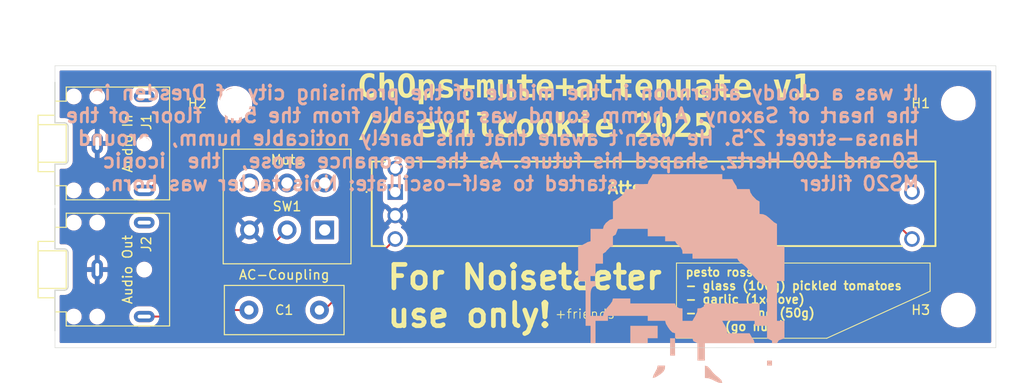
<source format=kicad_pcb>
(kicad_pcb (version 20241229) (generator "pcbnew") (generator_version "9.0")
  (layers (0 "F.Cu" signal) (2 "B.Cu" signal) (13 "F.Paste" user) (15 "B.Paste" user) (5 "F.SilkS" user "F.Silkscreen") (7 "B.SilkS" user "B.Silkscreen") (1 "F.Mask" user) (3 "B.Mask" user) (25 "Edge.Cuts" user))
  (net 0 "")
  (net 1 "GND")
  (net 4 "Net-(SW1A-B)")
  (net 6 "Net-(RV1-InB)")
  (net 10 "Net-(C1-Pad1)")
  (footprint "MountingHole:MountingHole_3.2mm_M3_DIN965" (layer "F.Cu") (at 139.65 88.35)
    (property "Reference" "H2" (at -4 0 0) (layer "F.SilkS"))
    (property "Value" "MountingHole" (hide yes))
    (pad "" np_thru_hole circle (at 0 0) (size 3.2 3.2) (drill 3.2) (layers "*.Cu" "*.Mask"))
  )
  (footprint "Capacitor_THT:C_Disc_D12.5mm_W5.0mm_P7.50mm" (layer "F.Cu") (at 148.65 110.35 180)
    (property "Reference" "C1" (hide yes))
    (property "Value" "AC-Coupling" (at 3.75 3.75 0) (layer "F.SilkS"))
    (fp_line (start 10.12 2.62) (end -2.62 2.62) (stroke (width 0.12)) (layer "F.SilkS"))
    (fp_line (start 10.12 -2.62) (end 10.12 2.62) (stroke (width 0.12)) (layer "F.SilkS"))
    (fp_line (start -2.62 2.62) (end -2.62 -2.62) (stroke (width 0.12)) (layer "F.SilkS"))
    (fp_line (start -2.62 -2.62) (end 10.12 -2.62) (stroke (width 0.12)) (layer "F.SilkS"))
    (fp_text user "${REFERENCE}" (at 3.75 0 0) (layer "F.SilkS"))
    (pad "1" thru_hole circle (at 0 0 180) (size 2 2) (drill 1) (layers "*.Cu" "*.Mask") (net 10 "Net-(C1-Pad1)"))
    (pad "2" thru_hole circle (at 7.5 0 180) (size 2 2) (drill 1) (layers "*.Cu" "*.Mask") (net 4 "Net-(SW1A-B)"))
  )
  (footprint "MountingHole:MountingHole_3.2mm_M3_DIN965" (layer "F.Cu") (at 216.65 88.35)
    (property "Reference" "H1" (at -4 0 0) (layer "F.SilkS"))
    (property "Value" "MountingHole" (hide yes))
    (pad "" np_thru_hole circle (at 0 0) (size 3.2 3.2) (drill 3.2) (layers "*.Cu" "*.Mask"))
  )
  (footprint "MountingHole:MountingHole_3.2mm_M3_DIN965" (layer "F.Cu") (at 216.65 110.35)
    (property "Reference" "H3" (at -4 0 0) (layer "F.SilkS"))
    (property "Value" "MountingHole" (hide yes))
    (pad "" np_thru_hole circle (at 0 0) (size 3.2 3.2) (drill 3.2) (layers "*.Cu" "*.Mask"))
  )
  (footprint "Button_Switch_THT:SW_PUSH_E-Switch_FS5700DP_DPDT" (layer "F.Cu") (at 149.208168 101.826692 180)
    (property "Reference" "SW1" (hide yes))
    (property "Value" "Mute" (at 4 7.476692 0) (layer "F.SilkS"))
    (fp_line (start 10.8 8.6) (end 10.8 -3.6) (stroke (width 0.12)) (layer "F.SilkS"))
    (fp_line (start 10.8 8.6) (end -2.8 8.6) (stroke (width 0.12)) (layer "F.SilkS"))
    (fp_line (start -2.8 -3.6) (end 10.8 -3.6) (stroke (width 0.12)) (layer "F.SilkS"))
    (fp_line (start -2.8 -3.6) (end -2.8 8.6) (stroke (width 0.12)) (layer "F.SilkS"))
    (fp_text user "${REFERENCE}" (at 4 2.5 0) (layer "F.SilkS"))
    (pad "1" thru_hole rect (at 0 0 180) (size 2 2) (drill 1.2) (layers "*.Cu" "*.Mask"))
    (pad "2" thru_hole circle (at 4 0 180) (size 2 2) (drill 1.2) (layers "*.Cu" "*.Mask") (net 4 "Net-(SW1A-B)"))
    (pad "3" thru_hole circle (at 8 0 180) (size 2 2) (drill 1.2) (layers "*.Cu" "*.Mask") (net 1 "GND"))
    (pad "4" thru_hole circle (at 0 5 180) (size 2 2) (drill 1.2) (layers "*.Cu" "*.Mask"))
    (pad "5" thru_hole circle (at 4 5 180) (size 2 2) (drill 1.2) (layers "*.Cu" "*.Mask"))
    (pad "6" thru_hole circle (at 8 5 180) (size 2 2) (drill 1.2) (layers "*.Cu" "*.Mask"))
  )
  (footprint "slider:PS45M0MC2BR10KN" (layer "F.Cu") (at 156.718038 97.788778)
    (property "Reference" "RV1" (at 27.5 2.25 0) (layer "F.SilkS") (effects (font (size 1.27 1.27) (thickness 0.254))))
    (property "Value" "Attenuator" (at 27.5 -0.438778 0) (layer "F.SilkS") (effects (font (size 1.27 1.27) (thickness 0.254))))
    (fp_line (start -3.1 0) (end -3.1 0) (stroke (width 0.1)) (layer "F.SilkS"))
    (fp_line (start -3 0) (end -3 0) (stroke (width 0.1)) (layer "F.SilkS"))
    (fp_line (start -2.5 -3.25) (end -2.5 5.75) (stroke (width 0.2)) (layer "F.SilkS"))
    (fp_line (start -2.5 5.75) (end -1.1 5.75) (stroke (width 0.2)) (layer "F.SilkS"))
    (fp_line (start -1.1 -3.25) (end -2.5 -3.25) (stroke (width 0.2)) (layer "F.SilkS"))
    (fp_line (start 1.1 5.75) (end 53.9 5.75) (stroke (width 0.2)) (layer "F.SilkS"))
    (fp_line (start 56.1 5.75) (end 57.5 5.75) (stroke (width 0.2)) (layer "F.SilkS"))
    (fp_line (start 57.5 -3.25) (end 1.1 -3.25) (stroke (width 0.2)) (layer "F.SilkS"))
    (fp_line (start 57.5 5.75) (end 57.5 -3.25) (stroke (width 0.2)) (layer "F.SilkS"))
    (fp_arc (start -3.1 0) (mid -3.05 -0.05) (end -3 0) (stroke (width 0.1)) (layer "F.SilkS"))
    (fp_arc (start -3 0) (mid -3.05 0.05) (end -3.1 0) (stroke (width 0.1)) (layer "F.SilkS"))
    (pad "A1" thru_hole rect (at 0 0) (size 1.65 1.65) (drill 1.1) (layers "*.Cu" "*.Mask"))
    (pad "A2" thru_hole circle (at 0 -2.5) (size 1.65 1.65) (drill 1.1) (layers "*.Cu" "*.Mask"))
    (pad "A3" thru_hole circle (at 55 0) (size 1.65 1.65) (drill 1.1) (layers "*.Cu" "*.Mask"))
    (pad "B1" thru_hole circle (at 0 5) (size 1.65 1.65) (drill 1.1) (layers "*.Cu" "*.Mask") (net 10 "Net-(C1-Pad1)"))
    (pad "B2" thru_hole circle (at 0 2.5) (size 1.65 1.65) (drill 1.1) (layers "*.Cu" "*.Mask") (net 1 "GND"))
    (pad "B3" thru_hole circle (at 55 5) (size 1.65 1.65) (drill 1.1) (layers "*.Cu" "*.Mask") (net 6 "Net-(RV1-InB)"))
  )
  (footprint "Connector_Audio:Jack_3.5mm_CUI_SJ1-3523N_Horizontal" (layer "F.Cu") (at 125 106.044648 -90)
    (property "Reference" "J2" (hide yes))
    (property "Value" "Audio Out" (at 0 -3.226578 90) (layer "F.SilkS"))
    (fp_line (start -3 6.3) (end -3 4.5) (stroke (width 0.12)) (layer "F.SilkS"))
    (fp_line (start 2 6.3) (end 2 3.3) (stroke (width 0.12)) (layer "F.SilkS"))
    (fp_line (start 3 6.3) (end -3 6.3) (stroke (width 0.12)) (layer "F.SilkS"))
    (fp_line (start -4.5 4.5) (end -4.5 3.3) (stroke (width 0.12)) (layer "F.SilkS"))
    (fp_line (start -3 4.5) (end -4.5 4.5) (stroke (width 0.12)) (layer "F.SilkS"))
    (fp_line (start 3 4.5) (end 3 6.3) (stroke (width 0.12)) (layer "F.SilkS"))
    (fp_line (start 4.5 4.5) (end 3 4.5) (stroke (width 0.12)) (layer "F.SilkS"))
    (fp_line (start -6 3.3) (end -6 -7.7) (stroke (width 0.12)) (layer "F.SilkS"))
    (fp_line (start -4.5 3.3) (end -6 3.3) (stroke (width 0.12)) (layer "F.SilkS"))
    (fp_line (start -2 3.3) (end -2 6.3) (stroke (width 0.12)) (layer "F.SilkS"))
    (fp_line (start 2 3.3) (end -2 3.3) (stroke (width 0.12)) (layer "F.SilkS"))
    (fp_line (start 4.5 3.3) (end 4.5 4.5) (stroke (width 0.12)) (layer "F.SilkS"))
    (fp_line (start 6 3.3) (end 4.5 3.3) (stroke (width 0.12)) (layer "F.SilkS"))
    (fp_line (start -6 -7.7) (end 6 -7.7) (stroke (width 0.12)) (layer "F.SilkS"))
    (fp_line (start 6 -7.7) (end 6 3.3) (stroke (width 0.12)) (layer "F.SilkS"))
    (fp_line (start -2.2 4.5) (end -6.5 4.5) (stroke (width 0.12)) (layer "Edge.Cuts"))
    (fp_line (start 2.2 4.5) (end 6.5 4.5) (stroke (width 0.12)) (layer "Edge.Cuts"))
    (fp_line (start -2.2 3.5) (end -2.2 4.5) (stroke (width 0.12)) (layer "Edge.Cuts"))
    (fp_line (start 2.2 3.5) (end 2.2 4.5) (stroke (width 0.12)) (layer "Edge.Cuts"))
    (fp_line (start 1.8 3.1) (end -1.8 3.1) (stroke (width 0.12)) (layer "Edge.Cuts"))
    (fp_arc (start -2.2 3.5) (mid -2.082843 3.217158) (end -1.8 3.1) (stroke (width 0.12)) (layer "Edge.Cuts"))
    (fp_arc (start 1.8 3.1) (mid 2.082843 3.217157) (end 2.2 3.5) (stroke (width 0.12)) (layer "Edge.Cuts"))
    (fp_text user "${REFERENCE}" (at -2.694648 -5.226578 90) (layer "F.SilkS"))
    (pad "" np_thru_hole circle (at -5 0 270) (size 1.2 1.2) (drill 1.2) (layers "*.Cu" "*.Mask"))
    (pad "" np_thru_hole circle (at -5 2.5 270) (size 1.2 1.2) (drill 1.2) (layers "*.Cu" "*.Mask"))
    (pad "" np_thru_hole circle (at 0 -5 270) (size 1.2 1.2) (drill 1.2) (layers "*.Cu" "*.Mask"))
    (pad "" np_thru_hole circle (at 5 0 270) (size 1.2 1.2) (drill 1.2) (layers "*.Cu" "*.Mask"))
    (pad "" np_thru_hole circle (at 5 2.5 270) (size 1.2 1.2) (drill 1.2) (layers "*.Cu" "*.Mask"))
    (pad "R" thru_hole oval (at -5 -5 270) (size 1.2 2.2) (drill oval 0.4 1.4) (layers "*.Cu" "*.Mask"))
    (pad "S" thru_hole oval (at 0 0 270) (size 2.2 1.2) (drill oval 1.4 0.4) (layers "*.Cu" "*.Mask") (net 1 "GND"))
    (pad "T" thru_hole oval (at 5 -5 90) (size 1.2 2.2) (drill oval 0.4 1.4) (layers "*.Cu" "*.Mask") (net 4 "Net-(SW1A-B)"))
  )
  (footprint "Connector_Audio:Jack_3.5mm_CUI_SJ1-3523N_Horizontal" (layer "F.Cu") (at 125 92.6181 -90)
    (property "Reference" "J1" (at -2.2681 -5.239171 90) (layer "F.SilkS"))
    (property "Value" "Audio In" (at 0 -3.239171 90) (layer "F.SilkS"))
    (fp_line (start -3 6.3) (end -3 4.5) (stroke (width 0.12)) (layer "F.SilkS"))
    (fp_line (start 2 6.3) (end 2 3.3) (stroke (width 0.12)) (layer "F.SilkS"))
    (fp_line (start 3 6.3) (end -3 6.3) (stroke (width 0.12)) (layer "F.SilkS"))
    (fp_line (start -4.5 4.5) (end -4.5 3.3) (stroke (width 0.12)) (layer "F.SilkS"))
    (fp_line (start -3 4.5) (end -4.5 4.5) (stroke (width 0.12)) (layer "F.SilkS"))
    (fp_line (start 3 4.5) (end 3 6.3) (stroke (width 0.12)) (layer "F.SilkS"))
    (fp_line (start 4.5 4.5) (end 3 4.5) (stroke (width 0.12)) (layer "F.SilkS"))
    (fp_line (start -6 3.3) (end -6 -7.7) (stroke (width 0.12)) (layer "F.SilkS"))
    (fp_line (start -4.5 3.3) (end -6 3.3) (stroke (width 0.12)) (layer "F.SilkS"))
    (fp_line (start -2 3.3) (end -2 6.3) (stroke (width 0.12)) (layer "F.SilkS"))
    (fp_line (start 2 3.3) (end -2 3.3) (stroke (width 0.12)) (layer "F.SilkS"))
    (fp_line (start 4.5 3.3) (end 4.5 4.5) (stroke (width 0.12)) (layer "F.SilkS"))
    (fp_line (start 6 3.3) (end 4.5 3.3) (stroke (width 0.12)) (layer "F.SilkS"))
    (fp_line (start -6 -7.7) (end 6 -7.7) (stroke (width 0.12)) (layer "F.SilkS"))
    (fp_line (start 6 -7.7) (end 6 3.3) (stroke (width 0.12)) (layer "F.SilkS"))
    (fp_line (start -2.2 4.5) (end -6.5 4.5) (stroke (width 0.12)) (layer "Edge.Cuts"))
    (fp_line (start 2.2 4.5) (end 6.5 4.5) (stroke (width 0.12)) (layer "Edge.Cuts"))
    (fp_line (start -2.2 3.5) (end -2.2 4.5) (stroke (width 0.12)) (layer "Edge.Cuts"))
    (fp_line (start 2.2 3.5) (end 2.2 4.5) (stroke (width 0.12)) (layer "Edge.Cuts"))
    (fp_line (start 1.8 3.1) (end -1.8 3.1) (stroke (width 0.12)) (layer "Edge.Cuts"))
    (fp_arc (start -2.2 3.5) (mid -2.082843 3.217158) (end -1.8 3.1) (stroke (width 0.12)) (layer "Edge.Cuts"))
    (fp_arc (start 1.8 3.1) (mid 2.082843 3.217157) (end 2.2 3.5) (stroke (width 0.12)) (layer "Edge.Cuts"))
    (pad "" np_thru_hole circle (at -5 0 270) (size 1.2 1.2) (drill 1.2) (layers "*.Cu" "*.Mask"))
    (pad "" np_thru_hole circle (at -5 2.5 270) (size 1.2 1.2) (drill 1.2) (layers "*.Cu" "*.Mask"))
    (pad "" np_thru_hole circle (at 0 -5 270) (size 1.2 1.2) (drill 1.2) (layers "*.Cu" "*.Mask"))
    (pad "" np_thru_hole circle (at 5 0 270) (size 1.2 1.2) (drill 1.2) (layers "*.Cu" "*.Mask"))
    (pad "" np_thru_hole circle (at 5 2.5 270) (size 1.2 1.2) (drill 1.2) (layers "*.Cu" "*.Mask"))
    (pad "R" thru_hole oval (at -5 -5 270) (size 1.2 2.2) (drill oval 0.4 1.4) (layers "*.Cu" "*.Mask"))
    (pad "S" thru_hole oval (at 0 0 270) (size 2.2 1.2) (drill oval 1.4 0.4) (layers "*.Cu" "*.Mask") (net 1 "GND"))
    (pad "T" thru_hole oval (at 5 -5 90) (size 1.2 2.2) (drill oval 0.4 1.4) (layers "*.Cu" "*.Mask") (net 6 "Net-(RV1-InB)"))
  )
  (gr_line (start 186.65 105.35) (end 186.65 113.35) (stroke (width 0.1)) (layer "F.SilkS"))
  (gr_line (start 213.65 108.35) (end 213.65 105.35) (stroke (width 0.1)) (layer "F.SilkS"))
  (gr_line (start 186.65 113.35) (end 202.65 113.35) (stroke (width 0.1)) (layer "F.SilkS"))
  (gr_line (start 202.65 113.35) (end 213.65 108.35) (stroke (width 0.1)) (layer "F.SilkS"))
  (gr_line (start 213.65 105.35) (end 186.65 105.35) (stroke (width 0.1)) (layer "F.SilkS"))
  (gr_poly (pts (xy 184.65 113.35) (xy 183.591667 113.35) (xy 183.591667 113.879167) (xy 181.739584 113.879167) (xy 181.739584 112.027084) (xy 184.65 112.027084)) (fill yes) (layer "B.SilkS"))
  (gr_poly (pts (xy 189.985774 116.355958) (xy 190.059247 116.444143) (xy 190.213607 116.591146) (xy 190.492873 116.95127) (xy 190.661916 117.127668) (xy 190.838313 117.29671) (xy 191.198438 117.575977) (xy 191.345441 117.730336) (xy 191.433625 117.803809) (xy 191.529166 118.1125) (xy 191.15433 118.083104) (xy 191.044106 118.031642) (xy 190.823602 117.950813) (xy 190.426726 117.745019) (xy 190.066604 117.612729) (xy 189.677083 117.583333) (xy 189.677083 116.260417)) (fill yes) (layer "B.SilkS"))
  (gr_poly (pts (xy 191.529166 96.416668) (xy 192.5875 96.416668) (xy 192.763898 96.747397) (xy 192.95498 97.048731) (xy 193.028481 97.144272) (xy 193.116666 97.475001) (xy 194.439584 97.475001) (xy 194.52769 97.849837) (xy 194.608653 97.960062) (xy 194.733535 98.17321) (xy 195.064265 98.511295) (xy 195.167188 98.614191) (xy 195.497916 98.797918) (xy 195.497916 100.120834) (xy 195.87283 100.150229) (xy 196.196153 100.289877) (xy 196.55625 100.569145) (xy 196.725318 100.730858) (xy 196.916348 100.892545) (xy 197.019271 100.995441) (xy 197.349999 101.179168) (xy 197.349999 103.560417) (xy 198.14375 103.560417) (xy 198.14375 107.264584) (xy 197.349999 107.264584) (xy 197.349999 111.497916) (xy 198.14375 111.497916) (xy 198.14375 113.35) (xy 197.68073 113.526399) (xy 197.54103 113.577832) (xy 197.349999 113.879167) (xy 196.820834 113.879167) (xy 196.820834 113.614583) (xy 196.291667 113.35) (xy 196.291667 112.027084) (xy 194.968751 112.027084) (xy 194.968751 111.497916) (xy 191.529166 111.497916) (xy 191.705565 111.828647) (xy 191.786395 111.938899) (xy 191.977475 112.335773) (xy 192.028939 112.445998) (xy 192.058333 112.820834) (xy 194.439584 112.820834) (xy 194.616061 113.151563) (xy 194.80709 113.452897) (xy 194.880643 113.548438) (xy 194.968751 113.879167) (xy 189.677083 113.879167) (xy 189.677083 115.73125) (xy 188.883334 115.73125) (xy 188.883334 113.879167) (xy 188.530566 113.70277) (xy 188.435025 113.651334) (xy 188.354167 113.35) (xy 186.502084 113.35) (xy 186.502084 115.202083) (xy 185.972916 115.202083) (xy 185.972916 113.35) (xy 186.502084 113.35) (xy 186.502084 112.820834) (xy 186.193395 112.725293) (xy 186.11992 112.637107) (xy 185.965562 112.490104) (xy 185.71569 112.137336) (xy 185.605437 111.938899) (xy 185.531936 111.828647) (xy 185.443751 111.497916) (xy 183.591667 111.497916) (xy 183.591667 110.968751) (xy 179.358334 110.968751) (xy 179.358334 111.497916) (xy 178.035417 111.497916) (xy 178.035417 113.879167) (xy 177.506251 113.879167) (xy 177.506251 112.027084) (xy 176.977084 112.027084) (xy 176.977084 107.264584) (xy 176.183334 107.264584) (xy 176.183334 106.735418) (xy 177.506251 106.735418) (xy 177.506251 107.264584) (xy 178.035417 107.264584) (xy 178.035417 107.793751) (xy 177.734083 107.889291) (xy 177.579753 108.14652) (xy 177.535645 108.352312) (xy 177.513607 108.594857) (xy 177.506251 109.116667) (xy 177.506251 109.645833) (xy 177.506251 110.968751) (xy 178.829167 110.968751) (xy 178.917353 110.593915) (xy 178.99821 110.48369) (xy 179.123146 110.270541) (xy 179.439191 109.910417) (xy 179.593522 109.741374) (xy 179.718458 109.550292) (xy 179.799314 109.447397) (xy 179.887501 109.116667) (xy 181.739584 109.116667) (xy 181.739584 109.645833) (xy 186.502084 109.645833) (xy 186.597625 109.947168) (xy 186.678483 109.998603) (xy 186.928353 110.145606) (xy 187.295834 110.175) (xy 187.295834 111.497916) (xy 188.354167 111.497916) (xy 188.530566 111.167188) (xy 188.611394 111.056936) (xy 188.802476 110.66006) (xy 188.853938 110.549836) (xy 188.883334 110.175) (xy 189.250813 110.145606) (xy 189.500686 109.998603) (xy 189.581542 109.947168) (xy 189.677083 109.645833) (xy 195.497916 109.645833) (xy 195.497916 110.968751) (xy 196.291667 110.968751) (xy 196.291667 107.793751) (xy 195.916753 107.705565) (xy 195.806685 107.624708) (xy 195.59343 107.499772) (xy 195.233333 107.176398) (xy 195.056857 107) (xy 194.726127 106.632521) (xy 194.579284 106.434083) (xy 194.439584 106.243001) (xy 194.152961 105.868165) (xy 193.807521 105.552148) (xy 193.616439 105.419856) (xy 193.440039 105.265498) (xy 193.315104 105.192023) (xy 193.116666 104.883334) (xy 188.354167 104.883334) (xy 188.354167 104.354167) (xy 187.295834 104.354167) (xy 187.266438 103.986688) (xy 187.112107 103.70742) (xy 186.818101 103.413415) (xy 186.70052 103.339939) (xy 186.502084 103.031251) (xy 185.443751 103.031251) (xy 185.443751 102.502084) (xy 183.591667 102.502084) (xy 183.591667 101.708334) (xy 180.416667 101.708334) (xy 180.24027 102.171355) (xy 180.188835 102.311003) (xy 179.887501 102.502084) (xy 179.887501 103.560417) (xy 179.578812 103.655958) (xy 179.505337 103.744145) (xy 179.211332 104.038149) (xy 179.137856 104.15573) (xy 178.829167 104.354167) (xy 178.829167 105.412501) (xy 178.035417 105.412501) (xy 178.035417 106.735418) (xy 177.506251 106.735418) (xy 176.183334 106.735418) (xy 176.183334 103.560417) (xy 176.558169 103.472231) (xy 176.668395 103.398731) (xy 177.06527 103.192937) (xy 177.175522 103.119437) (xy 177.506251 103.031251) (xy 177.506251 101.708334) (xy 178.829167 101.708334) (xy 178.917353 101.377605) (xy 178.99821 101.274708) (xy 179.123146 101.090982) (xy 179.453874 100.819043) (xy 179.556771 100.738187) (xy 179.887501 100.650001) (xy 179.887501 98.797918) (xy 180.21823 98.62152) (xy 180.328482 98.533335) (xy 180.526919 98.401043) (xy 180.879688 98.121749) (xy 181.02669 97.938022) (xy 181.114877 97.842481) (xy 181.210418 97.475001) (xy 182.268751 97.475001) (xy 182.268751 96.945834) (xy 183.591667 96.945834) (xy 183.679853 96.615105) (xy 183.753354 96.519564) (xy 183.944436 96.21823) (xy 184.120833 95.887501) (xy 191.529166 95.887501)) (fill yes) (layer "B.SilkS"))
  (gr_poly (pts (xy 185.414355 116.627897) (xy 185.260024 116.907163) (xy 184.943978 117.186458) (xy 184.561814 117.421647) (xy 184.451564 117.495149) (xy 184.120833 117.583333) (xy 184.20902 117.252605) (xy 184.282521 117.142352) (xy 184.488314 116.745477) (xy 184.561814 116.635253) (xy 184.65 116.260417) (xy 185.443751 116.260417)) (fill yes) (layer "B.SilkS"))
  (gr_poly (pts (xy 196.820834 116.260417) (xy 196.291667 116.260417) (xy 196.291667 115.73125) (xy 196.820834 115.73125)) (fill yes) (layer "B.SilkS"))
  (gr_line (start 120.5 112.544648) (end 120.5 114.36) (stroke (width 0.05)) (layer "Edge.Cuts"))
  (gr_line (start 120.5 99.1181) (end 120.5 99.544648) (stroke (width 0.05)) (layer "Edge.Cuts"))
  (gr_line (start 220.65 84.35) (end 220.65 114.35) (stroke (width 0.05)) (layer "Edge.Cuts"))
  (gr_line (start 120.5 84.35) (end 220.65 84.35) (stroke (width 0.05)) (layer "Edge.Cuts"))
  (gr_line (start 220.65 114.35) (end 120.5 114.36) (stroke (width 0.05)) (layer "Edge.Cuts"))
  (gr_line (start 120.5 86.1181) (end 120.5 84.35) (stroke (width 0.05)) (layer "Edge.Cuts"))
  (gr_text "pesto rosso\n- glass (100g) pickled tomatoes\n- garlic (1xclove)\n- parmigiano (50g)\n- oil (go nuts)" (at 187.521035 112.637842 0) (layer "F.SilkS") (effects (font (size 0.9 0.9) (thickness 0.18) (bold yes)) (justify left bottom)))
  (gr_text "For Noisetaeter\nuse only!" (at 155.65 112.35 0) (layer "F.SilkS") (effects (font (size 2.5 2.5) (thickness 0.5) (bold yes)) (justify left bottom)))
  (gr_text "ChOps+mute+attenuate v1 \n// evilcookie 2025" (at 152.65 92.35 0) (layer "F.SilkS") (effects (font (size 2.5 2.5) (thickness 0.3) (bold yes)) (justify left bottom)))
  (gr_text "+friends" (at 173.65 111.35 0) (layer "F.SilkS") (effects (font (size 1 1) (thickness 0.1)) (justify left bottom)))
  (gr_text "It was a cloudy afternoon in the middle of the promising city of Dresden in \nthe heart of Saxony. A humm sound was noticable from the 5th  floor  of the\nHansa-street 2^5. He wasn't aware that this barely noticable humm,  around\n50 and 100 Hertz, shaped his future. As the resonance arose,  the  iconic \nMS20 filter                 started to self-oscillate: Noisetaeter was born." (at 212.65 86.35 0) (layer "B.SilkS") (effects (font (size 1.5 1.5) (thickness 0.3) (bold yes)) (justify left top mirror)))
  (segment (start 136.68486 110.35) (end 135.990212 111.044648) (width 0.2) (layer "F.Cu") (net 4))
  (segment (start 130.423422 111.044648) (end 135.990212 111.044648) (width 0.2) (layer "F.Cu") (net 4))
  (segment (start 141.15 110.35) (end 136.68486 110.35) (width 0.2) (layer "F.Cu") (net 4))
  (segment (start 135.990212 111.044648) (end 145.208168 101.826692) (width 0.2) (layer "F.Cu") (net 4))
  (segment (start 211.718038 102.788778) (end 202.27926 93.35) (width 0.2) (layer "F.Cu") (net 6))
  (segment (start 134.678929 93.35) (end 130.410829 97.6181) (width 0.2) (layer "F.Cu") (net 6))
  (segment (start 202.27926 93.35) (end 134.678929 93.35) (width 0.2) (layer "F.Cu") (net 6))
  (segment (start 156.718038 102.788778) (end 149.156816 110.35) (width 0.2) (layer "F.Cu") (net 10))
  (segment (start 149.156816 110.35) (end 148.65 110.35) (width 0.2) (layer "B.Cu") (net 10))
  (zone (net 1) (net_name "GND") (layers "F.Cu" "B.Cu") (name "GND") (connect_pads (clearance 0.5)) (min_thickness 0.25) (fill yes (thermal_gap 0.5) (thermal_bridge_width 0.5))
    (polygon (pts (xy 119.65 115.35) (xy 222.65 116.35) (xy 223.65 80.35) (xy 114.65 77.35)))
  )
)
</source>
